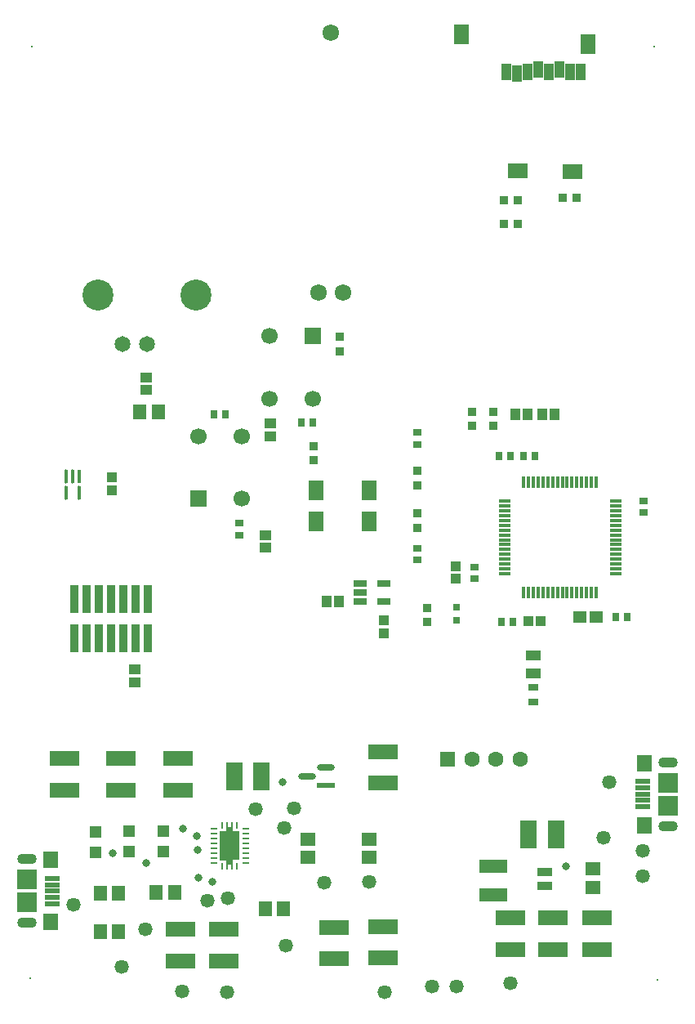
<source format=gts>
G04*
G04 #@! TF.GenerationSoftware,Altium Limited,Altium Designer,23.4.1 (23)*
G04*
G04 Layer_Color=8388736*
%FSLAX25Y25*%
%MOIN*%
G70*
G04*
G04 #@! TF.SameCoordinates,3C4277FE-F450-4ED3-BB46-299587BC0101*
G04*
G04*
G04 #@! TF.FilePolarity,Negative*
G04*
G01*
G75*
%ADD18R,0.04724X0.01181*%
%ADD19R,0.01181X0.04724*%
%ADD26R,0.06150X0.05542*%
G04:AMPARAMS|DCode=28|XSize=9.45mil|YSize=23.62mil|CornerRadius=1.98mil|HoleSize=0mil|Usage=FLASHONLY|Rotation=0.000|XOffset=0mil|YOffset=0mil|HoleType=Round|Shape=RoundedRectangle|*
%AMROUNDEDRECTD28*
21,1,0.00945,0.01965,0,0,0.0*
21,1,0.00548,0.02362,0,0,0.0*
1,1,0.00397,0.00274,-0.00983*
1,1,0.00397,-0.00274,-0.00983*
1,1,0.00397,-0.00274,0.00983*
1,1,0.00397,0.00274,0.00983*
%
%ADD28ROUNDEDRECTD28*%
G04:AMPARAMS|DCode=29|XSize=23.62mil|YSize=9.45mil|CornerRadius=1.98mil|HoleSize=0mil|Usage=FLASHONLY|Rotation=0.000|XOffset=0mil|YOffset=0mil|HoleType=Round|Shape=RoundedRectangle|*
%AMROUNDEDRECTD29*
21,1,0.02362,0.00548,0,0,0.0*
21,1,0.01965,0.00945,0,0,0.0*
1,1,0.00397,0.00983,-0.00274*
1,1,0.00397,-0.00983,-0.00274*
1,1,0.00397,-0.00983,0.00274*
1,1,0.00397,0.00983,0.00274*
%
%ADD29ROUNDEDRECTD29*%
%ADD30R,0.05542X0.06150*%
%ADD31R,0.03681X0.03788*%
%ADD32R,0.03772X0.03591*%
%ADD33R,0.03543X0.02953*%
%ADD35R,0.02953X0.03543*%
%ADD37R,0.03591X0.03772*%
%ADD39R,0.03788X0.03681*%
G04:AMPARAMS|DCode=41|XSize=57.64mil|YSize=14.8mil|CornerRadius=7.4mil|HoleSize=0mil|Usage=FLASHONLY|Rotation=270.000|XOffset=0mil|YOffset=0mil|HoleType=Round|Shape=RoundedRectangle|*
%AMROUNDEDRECTD41*
21,1,0.05764,0.00000,0,0,270.0*
21,1,0.04284,0.01480,0,0,270.0*
1,1,0.01480,0.00000,-0.02142*
1,1,0.01480,0.00000,0.02142*
1,1,0.01480,0.00000,0.02142*
1,1,0.01480,0.00000,-0.02142*
%
%ADD41ROUNDEDRECTD41*%
%ADD43R,0.02756X0.02559*%
%ADD44R,0.06903X0.11434*%
%ADD46R,0.04724X0.04724*%
G04:AMPARAMS|DCode=48|XSize=71.82mil|YSize=24.33mil|CornerRadius=12.17mil|HoleSize=0mil|Usage=FLASHONLY|Rotation=180.000|XOffset=0mil|YOffset=0mil|HoleType=Round|Shape=RoundedRectangle|*
%AMROUNDEDRECTD48*
21,1,0.07182,0.00000,0,0,180.0*
21,1,0.04749,0.02433,0,0,180.0*
1,1,0.02433,-0.02375,0.00000*
1,1,0.02433,0.02375,0.00000*
1,1,0.02433,0.02375,0.00000*
1,1,0.02433,-0.02375,0.00000*
%
%ADD48ROUNDEDRECTD48*%
%ADD49R,0.07182X0.02433*%
%ADD50R,0.03937X0.02953*%
%ADD54R,0.01181X0.04724*%
%ADD55R,0.01480X0.05764*%
%ADD57R,0.03701X0.11772*%
%ADD58R,0.03937X0.06693*%
%ADD59R,0.07874X0.06299*%
%ADD60R,0.06299X0.08268*%
%ADD61R,0.06102X0.02362*%
%ADD62R,0.06299X0.07087*%
%ADD63R,0.08268X0.08268*%
%ADD64R,0.12402X0.06496*%
%ADD65R,0.03937X0.04528*%
%ADD66R,0.04134X0.04331*%
%ADD67R,0.05512X0.03150*%
%ADD68R,0.04331X0.04134*%
%ADD69R,0.04528X0.03937*%
%ADD70R,0.02008X0.03386*%
%ADD71R,0.11417X0.05315*%
%ADD72R,0.05709X0.05118*%
%ADD73R,0.04921X0.04331*%
%ADD74R,0.06299X0.04331*%
%ADD75R,0.05906X0.08268*%
%ADD76C,0.06299*%
%ADD77O,0.07874X0.04331*%
%ADD78R,0.06299X0.06299*%
%ADD79C,0.06693*%
%ADD80R,0.06693X0.06693*%
%ADD81C,0.06772*%
%ADD82C,0.06480*%
%ADD83C,0.00787*%
%ADD84C,0.12658*%
%ADD85C,0.05787*%
%ADD86C,0.03150*%
%ADD87C,0.01968*%
G36*
X336516Y164469D02*
Y164508D01*
X336546Y164580D01*
X336601Y164635D01*
X336673Y164665D01*
X336713D01*
Y164665D01*
X339075D01*
X339075Y168110D01*
Y168149D01*
X339105Y168222D01*
X339160Y168277D01*
X339232Y168307D01*
X339272D01*
Y168307D01*
X339665Y168307D01*
X339704Y168307D01*
X339777Y168277D01*
X339832Y168222D01*
X339862Y168149D01*
X339862Y168110D01*
X339862Y168110D01*
X339862Y166240D01*
X341240D01*
Y168110D01*
X341240Y168149D01*
X341270Y168222D01*
X341325Y168277D01*
X341398Y168307D01*
X341437Y168307D01*
Y168307D01*
X341831Y168307D01*
X341870D01*
X341942Y168277D01*
X341998Y168222D01*
X342027Y168149D01*
Y168110D01*
X342028Y168110D01*
Y164665D01*
X344390Y164665D01*
X344429D01*
X344501Y164635D01*
X344557Y164580D01*
X344587Y164508D01*
Y164469D01*
X344587D01*
X344587Y153051D01*
Y153012D01*
X344557Y152940D01*
X344501Y152884D01*
X344429Y152854D01*
X344390D01*
X344390D01*
X342028D01*
X342027Y149213D01*
Y149173D01*
X341998Y149101D01*
X341942Y149046D01*
X341870Y149016D01*
X341831D01*
X341831Y149016D01*
X341437D01*
X341398Y149016D01*
X341325Y149046D01*
X341270Y149101D01*
X341240Y149173D01*
X341240Y149213D01*
D01*
X341240Y151083D01*
X339862D01*
X339862Y149213D01*
X339862Y149173D01*
X339832Y149101D01*
X339777Y149046D01*
X339704Y149016D01*
X339665D01*
D01*
X339272D01*
X339232D01*
X339160Y149046D01*
X339105Y149101D01*
X339075Y149173D01*
Y149213D01*
Y149213D01*
Y152657D01*
X336713D01*
X336673D01*
X336601Y152687D01*
X336546Y152743D01*
X336516Y152815D01*
Y152854D01*
Y152854D01*
X336516Y164469D01*
D02*
G37*
D18*
X452756Y297244D02*
D03*
X498031Y299213D02*
D03*
Y297244D02*
D03*
X452756Y277559D02*
D03*
Y299213D02*
D03*
Y295276D02*
D03*
Y293307D02*
D03*
Y291339D02*
D03*
Y289370D02*
D03*
Y287402D02*
D03*
Y285433D02*
D03*
Y283465D02*
D03*
Y281496D02*
D03*
Y279528D02*
D03*
Y275591D02*
D03*
Y273622D02*
D03*
Y271654D02*
D03*
Y269685D02*
D03*
X498031D02*
D03*
Y271654D02*
D03*
Y273622D02*
D03*
Y275591D02*
D03*
Y277559D02*
D03*
Y279528D02*
D03*
Y281496D02*
D03*
Y283465D02*
D03*
Y285433D02*
D03*
Y287402D02*
D03*
Y289370D02*
D03*
Y291339D02*
D03*
Y293307D02*
D03*
Y295276D02*
D03*
D19*
X468504Y307087D02*
D03*
X490157Y261811D02*
D03*
X464567D02*
D03*
X460630Y307087D02*
D03*
X462598D02*
D03*
X488189Y261811D02*
D03*
X462598D02*
D03*
X460630D02*
D03*
X466535D02*
D03*
X468504D02*
D03*
X470472D02*
D03*
X472441D02*
D03*
X474409D02*
D03*
X476378D02*
D03*
X478346D02*
D03*
X480315D02*
D03*
X482283D02*
D03*
X484252D02*
D03*
X486220D02*
D03*
X490157Y307087D02*
D03*
X488189D02*
D03*
X486220D02*
D03*
X484252D02*
D03*
X482283D02*
D03*
X480315D02*
D03*
X478346D02*
D03*
X476378D02*
D03*
X472441D02*
D03*
X470472D02*
D03*
X466535D02*
D03*
X464567D02*
D03*
D26*
X488976Y141732D02*
D03*
Y149230D02*
D03*
X372689Y153921D02*
D03*
Y161418D02*
D03*
X397492Y153921D02*
D03*
Y161418D02*
D03*
D28*
X337598Y167126D02*
D03*
Y150197D02*
D03*
X343504D02*
D03*
Y167126D02*
D03*
D29*
X334055Y165551D02*
D03*
Y163583D02*
D03*
Y161614D02*
D03*
Y159646D02*
D03*
Y157677D02*
D03*
Y155709D02*
D03*
Y153740D02*
D03*
Y151772D02*
D03*
X347047D02*
D03*
Y153740D02*
D03*
Y155709D02*
D03*
Y157677D02*
D03*
Y159646D02*
D03*
Y161614D02*
D03*
Y163583D02*
D03*
Y165551D02*
D03*
D30*
X303921Y335579D02*
D03*
X311418D02*
D03*
X287779Y123768D02*
D03*
X295276D02*
D03*
X362615Y132925D02*
D03*
X355117D02*
D03*
X310613Y139516D02*
D03*
X318111D02*
D03*
X295292Y139224D02*
D03*
X287795D02*
D03*
D31*
X482185Y422835D02*
D03*
X476552D02*
D03*
D32*
X452445Y421850D02*
D03*
X452457Y412299D02*
D03*
X458181D02*
D03*
X458169Y421850D02*
D03*
D33*
X509449Y299213D02*
D03*
X417323Y327165D02*
D03*
X344488Y290157D02*
D03*
X417323Y275197D02*
D03*
X440551Y272441D02*
D03*
X509449Y294488D02*
D03*
X440551Y267717D02*
D03*
X417323Y279921D02*
D03*
X344488Y285433D02*
D03*
X417323Y322441D02*
D03*
D35*
X502756Y251969D02*
D03*
X455118Y317717D02*
D03*
X460630D02*
D03*
X456201Y249902D02*
D03*
X465354Y317717D02*
D03*
X334252Y334646D02*
D03*
X498032Y251969D02*
D03*
X451476Y249902D02*
D03*
X450394Y317717D02*
D03*
X369783Y331201D02*
D03*
X374508D02*
D03*
X338976Y334646D02*
D03*
D37*
X439567Y335646D02*
D03*
X421260Y249894D02*
D03*
X448032Y329982D02*
D03*
Y335707D02*
D03*
X421260Y255618D02*
D03*
X417323Y305799D02*
D03*
Y311524D02*
D03*
X385638Y360425D02*
D03*
Y366150D02*
D03*
X417323Y288476D02*
D03*
Y294201D02*
D03*
X439567Y329921D02*
D03*
D39*
X374803Y316020D02*
D03*
Y321654D02*
D03*
D41*
X279134Y302756D02*
D03*
X276575Y309213D02*
D03*
X274016D02*
D03*
Y302756D02*
D03*
D43*
X433071Y250591D02*
D03*
Y255906D02*
D03*
D44*
X473899Y163201D02*
D03*
X462676D02*
D03*
X342423Y186886D02*
D03*
X353647D02*
D03*
D46*
X313665Y164665D02*
D03*
Y156397D02*
D03*
X299492Y164665D02*
D03*
Y156397D02*
D03*
X285713Y164272D02*
D03*
Y156004D02*
D03*
D48*
X372204Y187008D02*
D03*
X379765Y190748D02*
D03*
D49*
Y183268D02*
D03*
D50*
X464567Y217323D02*
D03*
Y223228D02*
D03*
D54*
X474409Y307087D02*
D03*
D55*
X279134Y309213D02*
D03*
D57*
X282244Y243307D02*
D03*
Y259331D02*
D03*
X287244Y243307D02*
D03*
Y259331D02*
D03*
X292244Y243307D02*
D03*
Y259331D02*
D03*
X307244D02*
D03*
Y243307D02*
D03*
X302244Y259331D02*
D03*
Y243307D02*
D03*
X297244Y259331D02*
D03*
Y243307D02*
D03*
X277244Y259331D02*
D03*
Y243307D02*
D03*
D58*
X453445Y474409D02*
D03*
X457776Y473622D02*
D03*
X462106Y474409D02*
D03*
X466437Y475197D02*
D03*
X470768Y474409D02*
D03*
X475098Y475197D02*
D03*
X479429Y474409D02*
D03*
X483760D02*
D03*
D59*
X480524Y433705D02*
D03*
X458169Y433858D02*
D03*
D60*
X435138Y489567D02*
D03*
X486909Y485630D02*
D03*
D61*
X268283Y145346D02*
D03*
Y142787D02*
D03*
Y140228D02*
D03*
Y137669D02*
D03*
Y135110D02*
D03*
X509055Y174606D02*
D03*
Y177165D02*
D03*
Y179724D02*
D03*
Y182283D02*
D03*
Y184843D02*
D03*
D62*
X267398Y152827D02*
D03*
Y127630D02*
D03*
X509941Y167126D02*
D03*
Y192323D02*
D03*
D63*
X257752Y144953D02*
D03*
Y135504D02*
D03*
X519587Y175000D02*
D03*
Y184449D02*
D03*
D64*
X320472Y111713D02*
D03*
Y124508D02*
D03*
X338189Y111713D02*
D03*
Y124508D02*
D03*
X296063Y194193D02*
D03*
Y181398D02*
D03*
X273228Y194193D02*
D03*
Y181398D02*
D03*
X403150Y184153D02*
D03*
Y196949D02*
D03*
X472441Y129232D02*
D03*
Y116437D02*
D03*
X490551Y116437D02*
D03*
Y129232D02*
D03*
X455118Y116437D02*
D03*
Y129232D02*
D03*
X403150Y112894D02*
D03*
Y125689D02*
D03*
X383071Y112500D02*
D03*
Y125295D02*
D03*
X319685Y181398D02*
D03*
Y194193D02*
D03*
D65*
X473228Y334646D02*
D03*
X380118Y258268D02*
D03*
X457087Y334646D02*
D03*
X468110D02*
D03*
X385236Y258268D02*
D03*
X462205Y334646D02*
D03*
D66*
X467569Y250148D02*
D03*
X462451D02*
D03*
D67*
X403543Y258268D02*
D03*
X393701Y265748D02*
D03*
X403543D02*
D03*
X393701Y258268D02*
D03*
Y262008D02*
D03*
D68*
X292520Y303740D02*
D03*
X403543Y250591D02*
D03*
X432874Y272638D02*
D03*
X403543Y245473D02*
D03*
X292520Y308858D02*
D03*
X432874Y267520D02*
D03*
D69*
X355118Y280315D02*
D03*
X306693Y349606D02*
D03*
Y344685D02*
D03*
X355118Y285433D02*
D03*
D70*
X471130Y147984D02*
D03*
X469161D02*
D03*
X467193D02*
D03*
Y142197D02*
D03*
X469161D02*
D03*
X471130D02*
D03*
D71*
X448032Y138583D02*
D03*
Y150394D02*
D03*
D72*
X490157Y251969D02*
D03*
X483465D02*
D03*
D73*
X301969Y225197D02*
D03*
X357087Y325590D02*
D03*
Y331102D02*
D03*
X301969Y230709D02*
D03*
D74*
X464567Y228937D02*
D03*
Y236417D02*
D03*
D75*
X397638Y290945D02*
D03*
Y303543D02*
D03*
X375984Y290945D02*
D03*
Y303543D02*
D03*
D76*
X449213Y194095D02*
D03*
X439370D02*
D03*
X459055D02*
D03*
D77*
X257752Y153220D02*
D03*
Y127236D02*
D03*
X519587Y166732D02*
D03*
Y192717D02*
D03*
D78*
X429528Y194095D02*
D03*
D79*
X356890Y341142D02*
D03*
Y366732D02*
D03*
X327756Y325787D02*
D03*
X345472D02*
D03*
Y300197D02*
D03*
X374606Y341142D02*
D03*
D80*
X327756Y300197D02*
D03*
X374606Y366732D02*
D03*
D81*
X381890Y490394D02*
D03*
X376890Y384409D02*
D03*
X386890D02*
D03*
D82*
X296772Y363465D02*
D03*
X306772D02*
D03*
D83*
X515354Y103937D02*
D03*
X259055Y104724D02*
D03*
X259843Y484646D02*
D03*
X513780D02*
D03*
D84*
X326772Y383465D02*
D03*
X286772D02*
D03*
D85*
X379134Y143701D02*
D03*
X397638Y144095D02*
D03*
X493307Y161811D02*
D03*
X509055Y146457D02*
D03*
Y156693D02*
D03*
X495669Y184646D02*
D03*
X455118Y102756D02*
D03*
X276772Y134646D02*
D03*
X366929Y174016D02*
D03*
X362992Y166142D02*
D03*
X363386Y118110D02*
D03*
X351181Y173622D02*
D03*
X306299Y124803D02*
D03*
X339764Y137402D02*
D03*
X321260Y99213D02*
D03*
X339370Y98819D02*
D03*
X296457Y109449D02*
D03*
X433071Y101181D02*
D03*
X423228D02*
D03*
X403937Y98819D02*
D03*
X331496Y136221D02*
D03*
D86*
X477953Y150394D02*
D03*
X362158Y184646D02*
D03*
X306693Y151575D02*
D03*
X327953Y145669D02*
D03*
X333465Y144095D02*
D03*
X327559Y156933D02*
D03*
X327362Y162795D02*
D03*
X292913Y155512D02*
D03*
X321457Y165551D02*
D03*
D87*
X340551Y163681D02*
D03*
X337500Y160728D02*
D03*
X340551D02*
D03*
X343602D02*
D03*
X337500Y156594D02*
D03*
X340551D02*
D03*
X343602D02*
D03*
X340551Y153642D02*
D03*
M02*

</source>
